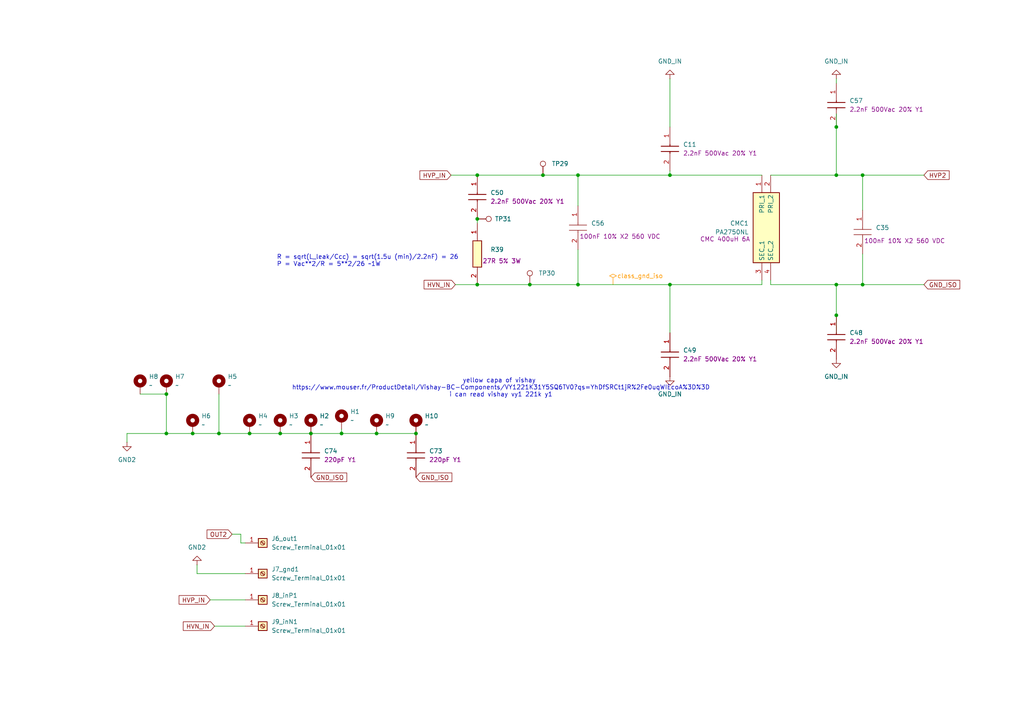
<source format=kicad_sch>
(kicad_sch (version 20250114) (generator "eeschema") (generator_version "9.0")
  (paper "A4")
  (lib_symbols
    (symbol "B81123C1222M:B81123C1222M" (pin_names (hide yes))
      (property "Reference" "C" (at 8.89 6.35 0))
      (property "Value" "B81123C1222M" (at 8.89 3.81 0))
      (symbol "B81123C1222M_1_1"
        (polyline (pts (xy 5.08 0) (xy 5.588 0)) (stroke (width 0.254)))
        (polyline (pts (xy 5.588 2.54) (xy 5.588 -2.54)) (stroke (width 0.254)))
        (polyline (pts (xy 7.112 2.54) (xy 7.112 -2.54)) (stroke (width 0.254)))
        (polyline (pts (xy 7.112 0) (xy 7.62 0)) (stroke (width 0.254)))
        (pin passive line (at 0 0 0) (length 5.08) (name "1") (number "1"))
        (pin passive line (at 12.7 0 180) (length 5.08) (name "2") (number "2"))
      )
    )
    (symbol "Connector:Screw_Terminal_01x01" (pin_names (offset 1.016) (hide yes))
      (property "Reference" "J" (at 0 2.54 0))
      (property "Value" "Screw_Terminal_01x01" (at 0 -2.54 0))
      (symbol "Screw_Terminal_01x01_1_1"
        (rectangle (start -1.27 1.27) (end 1.27 -1.27) (stroke (width 0.254)) (fill (type background)))
        (polyline (pts (xy -0.5334 0.3302) (xy 0.3302 -0.508)) (stroke (width 0.1524)))
        (polyline (pts (xy -0.3556 0.508) (xy 0.508 -0.3302)) (stroke (width 0.1524)))
        (circle (center 0 0) (radius 0.635) (stroke (width 0.1524)))
        (pin passive line (at -5.08 0 0) (length 3.81) (name "Pin_1") (number "1"))
      )
    )
    (symbol "Connector:TestPoint" (pin_numbers (hide yes)) (pin_names (offset 0.762) (hide yes))
      (property "Reference" "TP" (at 0 6.858 0))
      (property "Value" "TestPoint" (at 0 5.08 0))
      (symbol "TestPoint_0_1"
        (circle (center 0 3.302) (radius 0.762))
      )
      (symbol "TestPoint_1_1"
        (pin passive line (at 0 0 90) (length 2.54) (name "1") (number "1"))
      )
    )
    (symbol "LTR100JZPJ270:LTR100JZPJ270" (pin_names (hide yes))
      (property "Reference" "R" (at 13.97 6.35 0))
      (property "Value" "LTR100JZPJ270" (at 13.97 3.81 0))
      (symbol "LTR100JZPJ270_1_1"
        (rectangle (start 5.08 1.27) (end 12.7 -1.27) (stroke (width 0.254)) (fill (type background)))
        (pin passive line (at 0 0 0) (length 5.08) (name "1") (number "1"))
        (pin passive line (at 17.78 0 180) (length 5.08) (name "2") (number "2"))
      )
    )
    (symbol "Mechanical:MountingHole_Pad" (pin_numbers (hide yes)) (pin_names (offset 1.016) (hide yes)) (in_bom no)
      (property "Reference" "H" (at 0 6.35 0))
      (property "Value" "MountingHole_Pad" (at 0 4.445 0))
      (symbol "MountingHole_Pad_0_1"
        (circle (center 0 1.27) (radius 1.27) (stroke (width 1.27)))
      )
      (symbol "MountingHole_Pad_1_1"
        (pin input line (at 0 -2.54 90) (length 2.54) (name "1") (number "1"))
      )
    )
    (symbol "PA2750NL:PA2750NL"
      (property "Reference" "FL" (at 26.67 7.62 0))
      (property "Value" "PA2750NL" (at 26.67 5.08 0))
      (symbol "PA2750NL_1_1"
        (rectangle (start 5.08 2.54) (end 25.4 -5.08) (stroke (width 0.254)) (fill (type background)))
        (pin passive line (at 0 0 0) (length 5.08) (name "PRI_1") (number "1"))
        (pin passive line (at 0 -2.54 0) (length 5.08) (name "PRI_2") (number "2"))
        (pin passive line (at 30.48 0 180) (length 5.08) (name "SEC_1") (number "3"))
        (pin passive line (at 30.48 -2.54 180) (length 5.08) (name "SEC_2") (number "4"))
      )
    )
    (symbol "R46KI310050M1K:R46KI310050M1K" (pin_names (offset 0.762))
      (property "Reference" "C" (at 8.89 6.35 0))
      (property "Value" "R46KI310050M1K" (at 8.89 3.81 0))
      (symbol "R46KI310050M1K_0_0"
        (pin passive line (at 0 0 0) (length 5.08) (name "~") (number "1"))
        (pin passive line (at 12.7 0 180) (length 5.08) (name "~") (number "2"))
      )
      (symbol "R46KI310050M1K_0_1"
        (polyline (pts (xy 5.08 0) (xy 5.588 0)) (stroke (width 0.1524)))
        (polyline (pts (xy 5.588 2.54) (xy 5.588 -2.54)) (stroke (width 0.1524)))
        (polyline (pts (xy 7.112 2.54) (xy 7.112 -2.54)) (stroke (width 0.1524)))
        (polyline (pts (xy 7.112 0) (xy 7.62 0)) (stroke (width 0.1524)))
      )
    )
    (symbol "power:GND2" (power) (pin_numbers (hide yes)) (pin_names (offset 0) (hide yes))
      (property "Value" "GND2" (at 0 -3.81 0))
      (symbol "GND2_0_1"
        (polyline (pts (xy 0 0) (xy 0 -1.27) (xy 1.27 -1.27) (xy 0 -2.54) (xy -1.27 -1.27) (xy 0 -1.27)))
      )
      (symbol "GND2_1_1"
        (pin power_in line (at 0 0 270) (length 0) (name "~") (number "1"))
      )
    )
  )
  (text "R = sqrt(L_leak/Ccc) = sqrt(1.5u (min)/2.2nF) = 26\nP = Vac**2/R = 5**2/26 ~1W" (at 80.264 75.692 0) (effects (font (size 1.27 1.27)) (justify left)))
  (text "yellow capa of vishay \nhttps://www.mouser.fr/ProductDetail/Vishay-BC-Components/VY1221K31Y5SQ6TV0?qs=YhDfSRCt1jR%2Fe0uqWIEcoA%3D%3D\ni can read vishay vy1 221k y1" (at 145.288 112.522 0) (effects (font (size 1.27 1.27))))
  (junction (at 138.43 82.55))
  (junction (at 138.43 50.8))
  (junction (at 157.48 50.8))
  (junction (at 48.26 114.3))
  (junction (at 250.19 82.55))
  (junction (at 167.64 50.8))
  (junction (at 90.17 125.73))
  (junction (at 153.67 82.55))
  (junction (at 250.19 50.8))
  (junction (at 48.26 125.73))
  (junction (at 109.22 125.73))
  (junction (at 242.57 82.55))
  (junction (at 242.57 91.44))
  (junction (at 81.28 125.73))
  (junction (at 242.57 36.83))
  (junction (at 63.5 125.73))
  (junction (at 194.31 50.8))
  (junction (at 72.39 125.73))
  (junction (at 242.57 50.8))
  (junction (at 138.43 63.5))
  (junction (at 194.31 82.55))
  (junction (at 167.64 82.55))
  (junction (at 99.06 125.73))
  (junction (at 120.65 125.73))
  (junction (at 55.88 125.73))
  (wire (pts (xy 242.57 82.55) (xy 242.57 91.44)))
  (wire (pts (xy 48.26 114.3) (xy 48.26 125.73)))
  (wire (pts (xy 48.26 125.73) (xy 55.88 125.73)))
  (wire (pts (xy 242.57 91.44) (xy 242.57 96.52)))
  (wire (pts (xy 250.19 73.66) (xy 250.19 82.55)))
  (wire (pts (xy 63.5 114.3) (xy 63.5 125.73)))
  (wire (pts (xy 242.57 33.02) (xy 242.57 36.83)))
  (wire (pts (xy 36.83 125.73) (xy 48.26 125.73)))
  (wire (pts (xy 242.57 50.8) (xy 250.19 50.8)))
  (wire (pts (xy 153.67 82.55) (xy 167.64 82.55)))
  (wire (pts (xy 242.57 82.55) (xy 250.19 82.55)))
  (wire (pts (xy 157.48 50.8) (xy 167.64 50.8)))
  (wire (pts (xy 167.64 50.8) (xy 167.64 59.69)))
  (wire (pts (xy 250.19 50.8) (xy 250.19 60.96)))
  (wire (pts (xy 194.31 22.86) (xy 194.31 36.83)))
  (wire (pts (xy 57.15 163.83) (xy 57.15 166.37)))
  (wire (pts (xy 130.81 50.8) (xy 138.43 50.8)))
  (wire (pts (xy 99.06 125.73) (xy 109.22 125.73)))
  (wire (pts (xy 194.31 50.8) (xy 220.98 50.8)))
  (wire (pts (xy 138.43 64.77) (xy 138.43 63.5)))
  (wire (pts (xy 194.31 96.52) (xy 194.31 82.55)))
  (wire (pts (xy 132.08 82.55) (xy 138.43 82.55)))
  (wire (pts (xy 36.83 125.73) (xy 36.83 128.27)))
  (wire (pts (xy 57.15 166.37) (xy 71.12 166.37)))
  (wire (pts (xy 220.98 82.55) (xy 220.98 81.28)))
  (wire (pts (xy 109.22 125.73) (xy 120.65 125.73)))
  (wire (pts (xy 242.57 22.86) (xy 242.57 24.13)))
  (wire (pts (xy 67.31 154.94) (xy 69.85 154.94)))
  (wire (pts (xy 99.06 125.73) (xy 99.06 124.46)))
  (wire (pts (xy 55.88 125.73) (xy 63.5 125.73)))
  (wire (pts (xy 90.17 125.73) (xy 99.06 125.73)))
  (wire (pts (xy 167.64 82.55) (xy 194.31 82.55)))
  (wire (pts (xy 138.43 82.55) (xy 153.67 82.55)))
  (wire (pts (xy 223.52 82.55) (xy 242.57 82.55)))
  (wire (pts (xy 223.52 50.8) (xy 242.57 50.8)))
  (wire (pts (xy 250.19 82.55) (xy 267.97 82.55)))
  (wire (pts (xy 138.43 50.8) (xy 157.48 50.8)))
  (wire (pts (xy 69.85 157.48) (xy 71.12 157.48)))
  (wire (pts (xy 194.31 49.53) (xy 194.31 50.8)))
  (wire (pts (xy 60.96 173.99) (xy 71.12 173.99)))
  (wire (pts (xy 167.64 72.39) (xy 167.64 82.55)))
  (wire (pts (xy 223.52 82.55) (xy 223.52 81.28)))
  (wire (pts (xy 250.19 50.8) (xy 267.97 50.8)))
  (wire (pts (xy 81.28 125.73) (xy 90.17 125.73)))
  (wire (pts (xy 242.57 36.83) (xy 242.57 50.8)))
  (wire (pts (xy 167.64 50.8) (xy 194.31 50.8)))
  (wire (pts (xy 194.31 82.55) (xy 220.98 82.55)))
  (wire (pts (xy 63.5 125.73) (xy 72.39 125.73)))
  (wire (pts (xy 40.64 114.3) (xy 48.26 114.3)))
  (wire (pts (xy 69.85 154.94) (xy 69.85 157.48)))
  (wire (pts (xy 72.39 125.73) (xy 81.28 125.73)))
  (wire (pts (xy 62.23 181.61) (xy 71.12 181.61)))
  (global_label "HVP_IN" (shape input) (at 60.96 173.99 180) (property "Intersheetrefs" "${INTERSHEET_REFS}" (effects (hide yes))))
  (global_label "HVN_IN" (shape input) (at 132.08 82.55 180) (property "Intersheetrefs" "${INTERSHEET_REFS}" (effects (hide yes))))
  (global_label "GND_ISO" (shape input) (at 120.65 138.43 0) (property "Intersheetrefs" "${INTERSHEET_REFS}" (effects (hide yes))))
  (global_label "HVP2" (shape input) (at 267.97 50.8 0) (property "Intersheetrefs" "${INTERSHEET_REFS}" (effects (hide yes))))
  (global_label "OUT2" (shape input) (at 67.31 154.94 180) (property "Intersheetrefs" "${INTERSHEET_REFS}" (effects (hide yes))))
  (global_label "GND_ISO" (shape input) (at 90.17 138.43 0) (property "Intersheetrefs" "${INTERSHEET_REFS}" (effects (hide yes))))
  (global_label "HVP_IN" (shape input) (at 130.81 50.8 180) (property "Intersheetrefs" "${INTERSHEET_REFS}" (effects (hide yes))))
  (global_label "HVN_IN" (shape input) (at 62.23 181.61 180) (property "Intersheetrefs" "${INTERSHEET_REFS}" (effects (hide yes))))
  (global_label "GND_ISO" (shape input) (at 267.97 82.55 0) (property "Intersheetrefs" "${INTERSHEET_REFS}" (effects (hide yes))))
  (netclass_flag "" (length 2.54) (shape diamond) (at 177.8 82.55 0) (property "Netclass" "class_gnd_iso" (at 179.0065 80.01 0) (effects (justify left))))
  (symbol (lib_id "B81123C1222M:B81123C1222M") (at 242.57 24.13 270) (unit 1)
    (property "Reference" "C57" (at 246.38 29.2099 90) (effects (justify left)))
    (property "Value" "B81123C1222M" (effects (hide yes)))
    (property "Footprint" "B81123C1222M:B81123C1222M" (effects (hide yes)))
    (property "Datasheet" "https://en.tdk-electronics.tdk.com/inf/20/20/db/fc_2009/Y1_B81123.pdf" (effects (hide yes)))
    (property "Description" "2.2nF 500Vac 20% Y1" (at 246.38 31.7499 90) (effects (justify left)))
    (property "Height" "12.5" (effects (hide yes)))
    (property "Mouser Part Number" "871-B81123C1222M" (effects (hide yes)))
    (property "Mouser Price/Stock" "https://www.mouser.co.uk/ProductDetail/EPCOS-TDK/B81123C1222M?qs=Gus83tocK7veFAufT0DP%2FQ%3D%3D" (effects (hide yes)))
    (property "Manufacturer_Name" "TDK" (effects (hide yes)))
    (property "Manufacturer_Part_Number" "B81123C1222M" (effects (hide yes)))
  )
  (symbol (lib_id "Connector:Screw_Terminal_01x01") (at 76.2 166.37 0) (unit 1)
    (property "Reference" "J7_gnd1" (at 78.74 165.0999 0) (effects (justify left)))
    (property "Value" "Screw_Terminal_01x01" (at 78.74 167.6399 0) (effects (justify left)))
    (property "Footprint" "New_Linrary:tab_conn" (effects (hide yes)))
    (property "Description" "Generic screw terminal, single row, 01x01, script generated (kicad-library-utils/schlib/autogen/connector/)" (effects (hide yes)))
  )
  (symbol (lib_id "power:GND2") (at 242.57 22.86 0) (mirror x) (unit 1)
    (property "Reference" "#PWR048" (effects (hide yes)))
    (property "Value" "GND_IN" (at 242.57 17.78 0))
    (property "Description" "Power symbol creates a global label with name \"GND2\" , ground" (effects (hide yes)))
  )
  (symbol (lib_id "Connector:Screw_Terminal_01x01") (at 76.2 181.61 0) (unit 1)
    (property "Reference" "J9_inN1" (at 78.74 180.3399 0) (effects (justify left)))
    (property "Value" "Screw_Terminal_01x01" (at 78.74 182.8799 0) (effects (justify left)))
    (property "Footprint" "New_Linrary:tab_conn" (effects (hide yes)))
    (property "Description" "Generic screw terminal, single row, 01x01, script generated (kicad-library-utils/schlib/autogen/connector/)" (effects (hide yes)))
  )
  (symbol (lib_id "Mechanical:MountingHole_Pad") (at 90.17 123.19 0) (unit 1) (in_bom no)
    (property "Reference" "H2" (at 92.71 120.6499 0) (effects (justify left)))
    (property "Value" "~" (at 92.71 123.1899 0) (effects (justify left)))
    (property "Footprint" "MountingHole:MountingHole_2.7mm_M2.5_Pad_Via" (effects (hide yes)))
    (property "Description" "Mounting Hole with connection" (effects (hide yes)))
  )
  (symbol (lib_id "Connector:TestPoint") (at 157.48 50.8 0) (unit 1)
    (property "Reference" "TP29" (at 160.02 47.4979 0) (effects (justify left)))
    (property "Value" "TestPoint" (effects (hide yes)))
    (property "Footprint" "TestPoint:TestPoint_Pad_D1.0mm" (effects (hide yes)))
    (property "Description" "test point" (effects (hide yes)))
  )
  (symbol (lib_id "B81123C1222M:B81123C1222M") (at 242.57 91.44 270) (unit 1)
    (property "Reference" "C48" (at 246.38 96.5199 90) (effects (justify left)))
    (property "Value" "B81123C1222M" (effects (hide yes)))
    (property "Footprint" "B81123C1222M:B81123C1222M" (effects (hide yes)))
    (property "Datasheet" "https://en.tdk-electronics.tdk.com/inf/20/20/db/fc_2009/Y1_B81123.pdf" (effects (hide yes)))
    (property "Description" "2.2nF 500Vac 20% Y1" (at 246.38 99.0599 90) (effects (justify left)))
    (property "Height" "12.5" (effects (hide yes)))
    (property "Mouser Part Number" "871-B81123C1222M" (effects (hide yes)))
    (property "Mouser Price/Stock" "https://www.mouser.co.uk/ProductDetail/EPCOS-TDK/B81123C1222M?qs=Gus83tocK7veFAufT0DP%2FQ%3D%3D" (effects (hide yes)))
    (property "Manufacturer_Name" "TDK" (effects (hide yes)))
    (property "Manufacturer_Part_Number" "B81123C1222M" (effects (hide yes)))
  )
  (symbol (lib_id "Mechanical:MountingHole_Pad") (at 40.64 111.76 0) (unit 1) (in_bom no)
    (property "Reference" "H8" (at 43.18 109.2199 0) (effects (justify left)))
    (property "Value" "~" (at 43.18 111.7599 0) (effects (justify left)))
    (property "Footprint" "MountingHole:MountingHole_2.7mm_M2.5_Pad_Via" (effects (hide yes)))
    (property "Description" "Mounting Hole with connection" (effects (hide yes)))
  )
  (symbol (lib_id "Connector:TestPoint") (at 138.43 63.5 270) (unit 1)
    (property "Reference" "TP31" (at 143.51 63.4999 90) (effects (justify left)))
    (property "Value" "TestPoint" (effects (hide yes)))
    (property "Footprint" "TestPoint:TestPoint_Pad_D1.0mm" (effects (hide yes)))
    (property "Description" "test point" (effects (hide yes)))
  )
  (symbol (lib_id "PA2750NL:PA2750NL") (at 220.98 50.8 90) (mirror x) (unit 1)
    (property "Reference" "CMC1" (at 217.17 64.7699 90) (effects (justify left)))
    (property "Value" "PA2750NL" (at 217.17 67.3099 90) (effects (justify left)))
    (property "Footprint" "PA2750NL:PA2750NL" (effects (hide yes)))
    (property "Datasheet" "https://www.arrow.com/en/products/pa2750nl/pulse-electronics-corporation" (effects (hide yes)))
    (property "Description" "CMC 400uH 6A" (at 210.312 69.342 90))
    (property "Height" "10" (effects (hide yes)))
    (property "Mouser Part Number" "673-PA2750NL" (effects (hide yes)))
    (property "Mouser Price/Stock" "https://www.mouser.co.uk/ProductDetail/Pulse-Electronics/PA2750NL?qs=%252BUGZmmosPSKMfqU1auiJGA%3D%3D" (effects (hide yes)))
    (property "Manufacturer_Name" "PULSE" (effects (hide yes)))
    (property "Manufacturer_Part_Number" "PA2750NL" (effects (hide yes)))
  )
  (symbol (lib_id "Mechanical:MountingHole_Pad") (at 109.22 123.19 0) (unit 1) (in_bom no)
    (property "Reference" "H9" (at 111.76 120.6499 0) (effects (justify left)))
    (property "Value" "~" (at 111.76 123.1899 0) (effects (justify left)))
    (property "Footprint" "MountingHole:MountingHole_2.7mm_M2.5_Pad_Via" (effects (hide yes)))
    (property "Description" "Mounting Hole with connection" (effects (hide yes)))
  )
  (symbol (lib_id "Mechanical:MountingHole_Pad") (at 55.88 123.19 0) (unit 1) (in_bom no)
    (property "Reference" "H6" (at 58.42 120.6499 0) (effects (justify left)))
    (property "Value" "~" (at 58.42 123.1899 0) (effects (justify left)))
    (property "Footprint" "MountingHole:MountingHole_2.7mm_M2.5_Pad_Via" (effects (hide yes)))
    (property "Description" "Mounting Hole with connection" (effects (hide yes)))
  )
  (symbol (lib_id "B81123C1222M:B81123C1222M") (at 194.31 36.83 270) (unit 1)
    (property "Reference" "C11" (at 198.12 41.9099 90) (effects (justify left)))
    (property "Value" "B81123C1222M" (effects (hide yes)))
    (property "Footprint" "B81123C1222M:B81123C1222M" (effects (hide yes)))
    (property "Datasheet" "https://en.tdk-electronics.tdk.com/inf/20/20/db/fc_2009/Y1_B81123.pdf" (effects (hide yes)))
    (property "Description" "2.2nF 500Vac 20% Y1" (at 198.12 44.4499 90) (effects (justify left)))
    (property "Height" "12.5" (effects (hide yes)))
    (property "Mouser Part Number" "871-B81123C1222M" (effects (hide yes)))
    (property "Mouser Price/Stock" "https://www.mouser.co.uk/ProductDetail/EPCOS-TDK/B81123C1222M?qs=Gus83tocK7veFAufT0DP%2FQ%3D%3D" (effects (hide yes)))
    (property "Manufacturer_Name" "TDK" (effects (hide yes)))
    (property "Manufacturer_Part_Number" "B81123C1222M" (effects (hide yes)))
  )
  (symbol (lib_id "B81123C1222M:B81123C1222M") (at 194.31 96.52 270) (unit 1)
    (property "Reference" "C49" (at 198.12 101.5999 90) (effects (justify left)))
    (property "Value" "B81123C1222M" (effects (hide yes)))
    (property "Footprint" "B81123C1222M:B81123C1222M" (effects (hide yes)))
    (property "Datasheet" "https://en.tdk-electronics.tdk.com/inf/20/20/db/fc_2009/Y1_B81123.pdf" (effects (hide yes)))
    (property "Description" "2.2nF 500Vac 20% Y1" (at 198.12 104.1399 90) (effects (justify left)))
    (property "Height" "12.5" (effects (hide yes)))
    (property "Mouser Part Number" "871-B81123C1222M" (effects (hide yes)))
    (property "Mouser Price/Stock" "https://www.mouser.co.uk/ProductDetail/EPCOS-TDK/B81123C1222M?qs=Gus83tocK7veFAufT0DP%2FQ%3D%3D" (effects (hide yes)))
    (property "Manufacturer_Name" "TDK" (effects (hide yes)))
    (property "Manufacturer_Part_Number" "B81123C1222M" (effects (hide yes)))
  )
  (symbol (lib_id "power:GND2") (at 57.15 163.83 180) (unit 1)
    (property "Reference" "#PWR026" (effects (hide yes)))
    (property "Value" "GND2" (at 57.15 158.75 0))
    (property "Description" "Power symbol creates a global label with name \"GND2\" , ground" (effects (hide yes)))
  )
  (symbol (lib_id "power:GND2") (at 194.31 109.22 0) (unit 1)
    (property "Reference" "#PWR044" (effects (hide yes)))
    (property "Value" "GND_IN" (at 194.31 114.3 0))
    (property "Description" "Power symbol creates a global label with name \"GND2\" , ground" (effects (hide yes)))
  )
  (symbol (lib_id "power:GND2") (at 194.31 22.86 0) (mirror x) (unit 1)
    (property "Reference" "#PWR047" (effects (hide yes)))
    (property "Value" "GND_IN" (at 194.31 17.78 0))
    (property "Description" "Power symbol creates a global label with name \"GND2\" , ground" (effects (hide yes)))
  )
  (symbol (lib_id "B81123C1222M:B81123C1222M") (at 90.17 125.73 270) (unit 1)
    (property "Reference" "C74" (at 93.98 130.8099 90) (effects (justify left)))
    (property "Value" "VY1221K31Y5SQ6TV0" (effects (hide yes)))
    (property "Footprint" "Capacitor_THT:C_Disc_D7.5mm_W5.0mm_P10.00mm" (effects (hide yes)))
    (property "Datasheet" "https://www.vishay.com/docs/28537/vy1series.pdf" (effects (hide yes)))
    (property "Description" "220pF Y1" (at 93.98 133.3499 90) (effects (justify left)))
    (property "Height" "8" (effects (hide yes)))
    (property "Mouser Part Number" "72-VY1221K31Y5SQ6TV0" (effects (hide yes)))
    (property "Manufacturer_Name" "Vishay" (effects (hide yes)))
  )
  (symbol (lib_id "LTR100JZPJ270:LTR100JZPJ270") (at 138.43 64.77 270) (unit 1)
    (property "Reference" "R39" (at 142.24 72.3899 90) (effects (justify left)))
    (property "Value" "LTR100JZPJ270" (effects (hide yes)))
    (property "Footprint" "LTR100JZPJ270:RESC3264X70N" (effects (hide yes)))
    (property "Datasheet" "https://fscdn.rohm.com/jp/products/databook/datasheet/passive/resistor/chip_resistor/ltr-j.pdf" (effects (hide yes)))
    (property "Description" "27R 5% 3W" (at 145.542 75.692 90))
    (property "Height" "0.7" (effects (hide yes)))
    (property "Mouser Part Number" "755-LTR100JZPJ270" (effects (hide yes)))
    (property "Mouser Price/Stock" "https://www.mouser.co.uk/ProductDetail/ROHM-Semiconductor/LTR100JZPJ270?qs=rQFj71Wb1eXV0Qkg%2F%252B7akg%3D%3D" (effects (hide yes)))
    (property "Manufacturer_Name" "ROHM Semiconductor" (effects (hide yes)))
    (property "Manufacturer_Part_Number" "LTR100JZPJ270" (effects (hide yes)))
  )
  (symbol (lib_id "Mechanical:MountingHole_Pad") (at 81.28 123.19 0) (unit 1) (in_bom no)
    (property "Reference" "H3" (at 83.82 120.6499 0) (effects (justify left)))
    (property "Value" "~" (at 83.82 123.1899 0) (effects (justify left)))
    (property "Footprint" "MountingHole:MountingHole_2.7mm_M2.5_Pad_Via" (effects (hide yes)))
    (property "Description" "Mounting Hole with connection" (effects (hide yes)))
  )
  (symbol (lib_id "Connector:TestPoint") (at 153.67 82.55 0) (unit 1)
    (property "Reference" "TP30" (at 156.21 79.2479 0) (effects (justify left)))
    (property "Value" "TestPoint" (effects (hide yes)))
    (property "Footprint" "TestPoint:TestPoint_Pad_D1.0mm" (effects (hide yes)))
    (property "Description" "test point" (effects (hide yes)))
  )
  (symbol (lib_id "Mechanical:MountingHole_Pad") (at 99.06 121.92 0) (unit 1) (in_bom no)
    (property "Reference" "H1" (at 101.6 119.3799 0) (effects (justify left)))
    (property "Value" "~" (at 101.6 121.9199 0) (effects (justify left)))
    (property "Footprint" "MountingHole:MountingHole_2.7mm_M2.5_Pad_Via" (effects (hide yes)))
    (property "Description" "Mounting Hole with connection" (effects (hide yes)))
  )
  (symbol (lib_id "power:GND2") (at 242.57 104.14 0) (unit 1)
    (property "Reference" "#PWR046" (effects (hide yes)))
    (property "Value" "GND_IN" (at 242.57 109.22 0))
    (property "Description" "Power symbol creates a global label with name \"GND2\" , ground" (effects (hide yes)))
  )
  (symbol (lib_id "Mechanical:MountingHole_Pad") (at 48.26 111.76 0) (unit 1) (in_bom no)
    (property "Reference" "H7" (at 50.8 109.2199 0) (effects (justify left)))
    (property "Value" "~" (at 50.8 111.7599 0) (effects (justify left)))
    (property "Footprint" "MountingHole:MountingHole_2.7mm_M2.5_Pad_Via" (effects (hide yes)))
    (property "Description" "Mounting Hole with connection" (effects (hide yes)))
  )
  (symbol (lib_id "R46KI310050M1K:R46KI310050M1K") (at 167.64 59.69 270) (unit 1)
    (property "Reference" "C56" (at 171.45 64.7699 90) (effects (justify left)))
    (property "Value" "R46KI310050M1K" (effects (hide yes)))
    (property "Footprint" "R46KI310050M1K:R46KI310050M1K" (effects (hide yes)))
    (property "Datasheet" "https://search.kemet.com/component-documentation/download/specsheet/R46KI310050M1K" (effects (hide yes)))
    (property "Description" "100nF 10% X2 560 VDC" (at 179.832 68.58 90))
    (property "Height" "11.1" (effects (hide yes)))
    (property "Mouser Part Number" "80-R46KI310050M1K" (effects (hide yes)))
    (property "Mouser Price/Stock" "https://www.mouser.co.uk/ProductDetail/KEMET/R46KI310050M1K/?qs=D0iH%252BVFiYPMp3c4CZzIXlA%3D%3D" (effects (hide yes)))
    (property "Manufacturer_Name" "KEMET" (effects (hide yes)))
    (property "Manufacturer_Part_Number" "R46KI310050M1K" (effects (hide yes)))
    (property "Field10" "R46 275 VAC, Film, Metallized Polypropylene, Safety, 0.1 uF, 10%, 275 VAC (X2), 560 VDC, 110C, 15mm" (effects (hide yes)))
  )
  (symbol (lib_id "Mechanical:MountingHole_Pad") (at 72.39 123.19 0) (unit 1) (in_bom no)
    (property "Reference" "H4" (at 74.93 120.6499 0) (effects (justify left)))
    (property "Value" "~" (at 74.93 123.1899 0) (effects (justify left)))
    (property "Footprint" "MountingHole:MountingHole_2.7mm_M2.5_Pad_Via" (effects (hide yes)))
    (property "Description" "Mounting Hole with connection" (effects (hide yes)))
  )
  (symbol (lib_id "B81123C1222M:B81123C1222M") (at 120.65 125.73 270) (unit 1)
    (property "Reference" "C73" (at 124.46 130.8099 90) (effects (justify left)))
    (property "Value" "VY1221K31Y5SQ6TV0" (effects (hide yes)))
    (property "Footprint" "Capacitor_THT:C_Disc_D7.5mm_W5.0mm_P10.00mm" (effects (hide yes)))
    (property "Datasheet" "https://www.vishay.com/docs/28537/vy1series.pdf" (effects (hide yes)))
    (property "Description" "220pF Y1" (at 124.46 133.3499 90) (effects (justify left)))
    (property "Height" "8" (effects (hide yes)))
    (property "Mouser Part Number" "72-VY1221K31Y5SQ6TV0" (effects (hide yes)))
    (property "Manufacturer_Name" "Vishay" (effects (hide yes)))
  )
  (symbol (lib_id "Connector:Screw_Terminal_01x01") (at 76.2 173.99 0) (unit 1)
    (property "Reference" "J8_inP1" (at 78.74 172.7199 0) (effects (justify left)))
    (property "Value" "Screw_Terminal_01x01" (at 78.74 175.2599 0) (effects (justify left)))
    (property "Footprint" "New_Linrary:tab_conn" (effects (hide yes)))
    (property "Description" "Generic screw terminal, single row, 01x01, script generated (kicad-library-utils/schlib/autogen/connector/)" (effects (hide yes)))
  )
  (symbol (lib_id "Mechanical:MountingHole_Pad") (at 63.5 111.76 0) (unit 1) (in_bom no)
    (property "Reference" "H5" (at 66.04 109.2199 0) (effects (justify left)))
    (property "Value" "~" (at 66.04 111.7599 0) (effects (justify left)))
    (property "Footprint" "MountingHole:MountingHole_2.7mm_M2.5_Pad_Via" (effects (hide yes)))
    (property "Description" "Mounting Hole with connection" (effects (hide yes)))
  )
  (symbol (lib_id "Connector:Screw_Terminal_01x01") (at 76.2 157.48 0) (unit 1)
    (property "Reference" "J6_out1" (at 78.74 156.2099 0) (effects (justify left)))
    (property "Value" "Screw_Terminal_01x01" (at 78.74 158.7499 0) (effects (justify left)))
    (property "Footprint" "New_Linrary:tab_conn" (effects (hide yes)))
    (property "Description" "Generic screw terminal, single row, 01x01, script generated (kicad-library-utils/schlib/autogen/connector/)" (effects (hide yes)))
  )
  (symbol (lib_id "R46KI310050M1K:R46KI310050M1K") (at 250.19 60.96 270) (unit 1)
    (property "Reference" "C35" (at 254 66.0399 90) (effects (justify left)))
    (property "Value" "R46KI310050M1K" (effects (hide yes)))
    (property "Footprint" "R46KI310050M1K:R46KI310050M1K" (effects (hide yes)))
    (property "Datasheet" "https://search.kemet.com/component-documentation/download/specsheet/R46KI310050M1K" (effects (hide yes)))
    (property "Description" "100nF 10% X2 560 VDC" (at 262.382 69.85 90))
    (property "Height" "11.1" (effects (hide yes)))
    (property "Mouser Part Number" "80-R46KI310050M1K" (effects (hide yes)))
    (property "Mouser Price/Stock" "https://www.mouser.co.uk/ProductDetail/KEMET/R46KI310050M1K/?qs=D0iH%252BVFiYPMp3c4CZzIXlA%3D%3D" (effects (hide yes)))
    (property "Manufacturer_Name" "KEMET" (effects (hide yes)))
    (property "Manufacturer_Part_Number" "R46KI310050M1K" (effects (hide yes)))
    (property "Field10" "R46 275 VAC, Film, Metallized Polypropylene, Safety, 0.1 uF, 10%, 275 VAC (X2), 560 VDC, 110C, 15mm" (effects (hide yes)))
  )
  (symbol (lib_id "B81123C1222M:B81123C1222M") (at 138.43 50.8 270) (unit 1)
    (property "Reference" "C50" (at 142.24 55.8799 90) (effects (justify left)))
    (property "Value" "B81123C1222M" (effects (hide yes)))
    (property "Footprint" "B81123C1222M:B81123C1222M" (effects (hide yes)))
    (property "Datasheet" "https://en.tdk-electronics.tdk.com/inf/20/20/db/fc_2009/Y1_B81123.pdf" (effects (hide yes)))
    (property "Description" "2.2nF 500Vac 20% Y1" (at 142.24 58.4199 90) (effects (justify left)))
    (property "Height" "12.5" (effects (hide yes)))
    (property "Mouser Part Number" "871-B81123C1222M" (effects (hide yes)))
    (property "Mouser Price/Stock" "https://www.mouser.co.uk/ProductDetail/EPCOS-TDK/B81123C1222M?qs=Gus83tocK7veFAufT0DP%2FQ%3D%3D" (effects (hide yes)))
    (property "Manufacturer_Name" "TDK" (effects (hide yes)))
    (property "Manufacturer_Part_Number" "B81123C1222M" (effects (hide yes)))
  )
  (symbol (lib_id "Mechanical:MountingHole_Pad") (at 120.65 123.19 0) (unit 1) (in_bom no)
    (property "Reference" "H10" (at 123.19 120.6499 0) (effects (justify left)))
    (property "Value" "~" (at 123.19 123.1899 0) (effects (justify left)))
    (property "Footprint" "MountingHole:MountingHole_2.7mm_M2.5_Pad_Via" (effects (hide yes)))
    (property "Description" "Mounting Hole with connection" (effects (hide yes)))
  )
  (symbol (lib_id "power:GND2") (at 36.83 128.27 0) (unit 1)
    (property "Reference" "#PWR032" (effects (hide yes)))
    (property "Value" "GND2" (at 36.83 133.35 0))
    (property "Description" "Power symbol creates a global label with name \"GND2\" , ground" (effects (hide yes)))
  )
)
</source>
